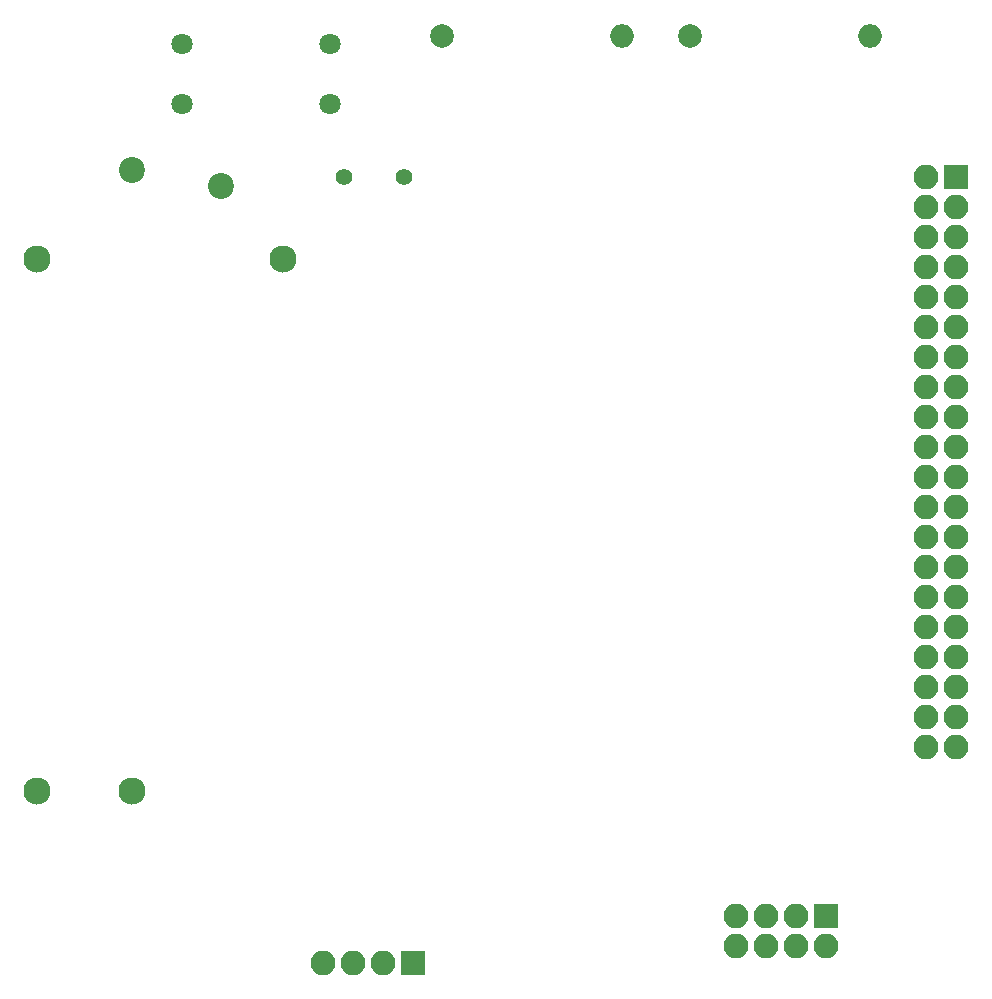
<source format=gbr>
G04 #@! TF.FileFunction,Soldermask,Bot*
%FSLAX46Y46*%
G04 Gerber Fmt 4.6, Leading zero omitted, Abs format (unit mm)*
G04 Created by KiCad (PCBNEW 4.0.7) date Tue Aug  7 16:53:50 2018*
%MOMM*%
%LPD*%
G01*
G04 APERTURE LIST*
%ADD10C,0.100000*%
%ADD11C,2.300000*%
%ADD12R,2.100000X2.100000*%
%ADD13O,2.100000X2.100000*%
%ADD14C,2.000000*%
%ADD15O,2.000000X2.000000*%
%ADD16C,1.800000*%
%ADD17C,1.400000*%
%ADD18C,2.200000*%
G04 APERTURE END LIST*
D10*
D11*
X108200000Y-140450000D03*
X100200000Y-140450000D03*
X121000000Y-95450000D03*
X100200000Y-95450000D03*
D12*
X178000000Y-88500000D03*
D13*
X175460000Y-88500000D03*
X178000000Y-91040000D03*
X175460000Y-91040000D03*
X178000000Y-93580000D03*
X175460000Y-93580000D03*
X178000000Y-96120000D03*
X175460000Y-96120000D03*
X178000000Y-98660000D03*
X175460000Y-98660000D03*
X178000000Y-101200000D03*
X175460000Y-101200000D03*
X178000000Y-103740000D03*
X175460000Y-103740000D03*
X178000000Y-106280000D03*
X175460000Y-106280000D03*
X178000000Y-108820000D03*
X175460000Y-108820000D03*
X178000000Y-111360000D03*
X175460000Y-111360000D03*
X178000000Y-113900000D03*
X175460000Y-113900000D03*
X178000000Y-116440000D03*
X175460000Y-116440000D03*
X178000000Y-118980000D03*
X175460000Y-118980000D03*
X178000000Y-121520000D03*
X175460000Y-121520000D03*
X178000000Y-124060000D03*
X175460000Y-124060000D03*
X178000000Y-126600000D03*
X175460000Y-126600000D03*
X178000000Y-129140000D03*
X175460000Y-129140000D03*
X178000000Y-131680000D03*
X175460000Y-131680000D03*
X178000000Y-134220000D03*
X175460000Y-134220000D03*
X178000000Y-136760000D03*
X175460000Y-136760000D03*
D12*
X167000000Y-151000000D03*
D13*
X167000000Y-153540000D03*
X164460000Y-151000000D03*
X164460000Y-153540000D03*
X161920000Y-151000000D03*
X161920000Y-153540000D03*
X159380000Y-151000000D03*
X159380000Y-153540000D03*
D14*
X134500000Y-76500000D03*
D15*
X149740000Y-76500000D03*
D14*
X155500000Y-76500000D03*
D15*
X170740000Y-76500000D03*
D12*
X132000000Y-155000000D03*
D13*
X129460000Y-155000000D03*
X126920000Y-155000000D03*
X124380000Y-155000000D03*
D16*
X112500000Y-82290000D03*
X112500000Y-77210000D03*
X125000000Y-82290000D03*
X125000000Y-77210000D03*
D17*
X131290000Y-88500000D03*
X126210000Y-88500000D03*
D18*
X115750000Y-89250000D03*
X108250000Y-87850000D03*
M02*

</source>
